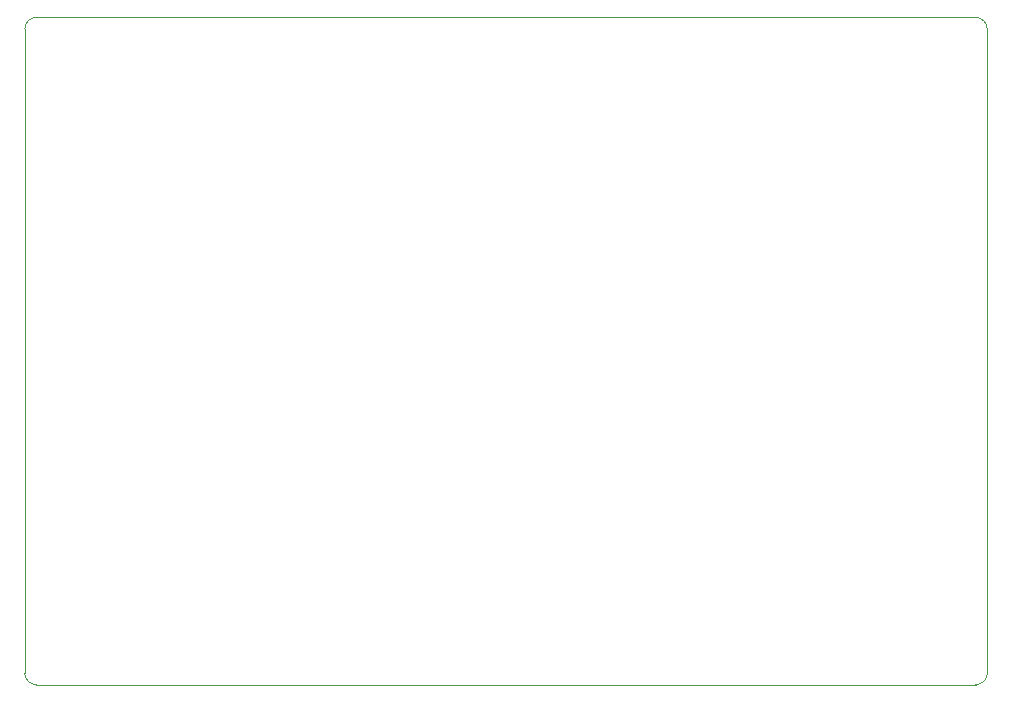
<source format=gm1>
G04 #@! TF.GenerationSoftware,KiCad,Pcbnew,7.0.9*
G04 #@! TF.CreationDate,2024-10-07T21:11:22-04:00*
G04 #@! TF.ProjectId,T12 soldering station,54313220-736f-46c6-9465-72696e672073,rev?*
G04 #@! TF.SameCoordinates,Original*
G04 #@! TF.FileFunction,Profile,NP*
%FSLAX46Y46*%
G04 Gerber Fmt 4.6, Leading zero omitted, Abs format (unit mm)*
G04 Created by KiCad (PCBNEW 7.0.9) date 2024-10-07 21:11:22*
%MOMM*%
%LPD*%
G01*
G04 APERTURE LIST*
G04 #@! TA.AperFunction,Profile*
%ADD10C,0.100000*%
G04 #@! TD*
G04 APERTURE END LIST*
D10*
X98162980Y-99243879D02*
G75*
G03*
X97171079Y-100235801I20J-991921D01*
G01*
X178663786Y-100311776D02*
X178676521Y-154754021D01*
X177674800Y-99243900D02*
X98164800Y-99243900D01*
X177684620Y-155745921D02*
G75*
G03*
X178676521Y-154754021I-20J991921D01*
G01*
X97171079Y-100235801D02*
X97171079Y-154754020D01*
X177684620Y-155745922D02*
X98162980Y-155745921D01*
X97171079Y-154754020D02*
G75*
G03*
X98162980Y-155745921I991921J20D01*
G01*
X178663786Y-100311776D02*
G75*
G03*
X177674800Y-99243900I-988986J75976D01*
G01*
M02*

</source>
